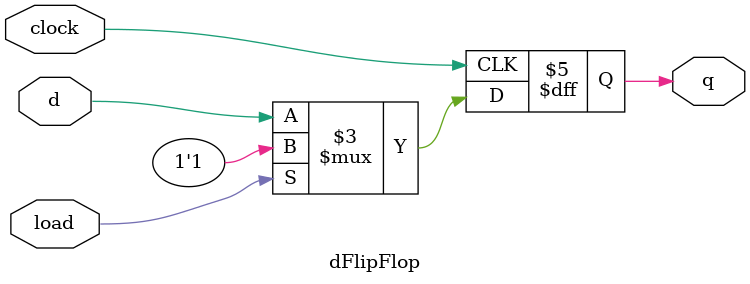
<source format=sv>
`default_nettype none

module dFlipFlop
    (output logic q,
     input  logic d, clock, load);
    always_ff @(posedge clock)
        if (load)
            q <= 1'b1;
        else
            q <= d;
endmodule : dFlipFlop
</source>
